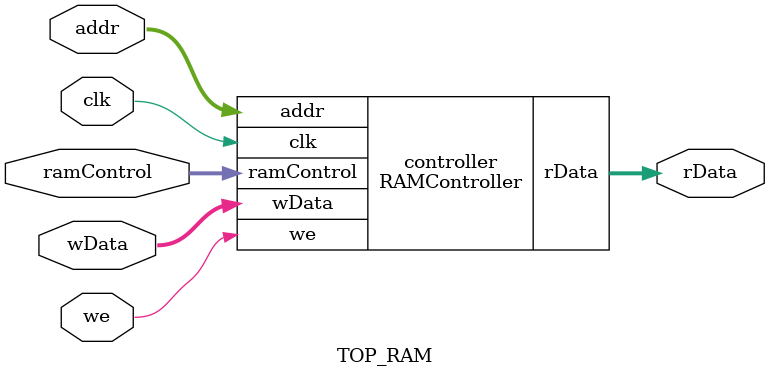
<source format=sv>
`timescale 1ns / 1ps

module RAM (
    input  logic        clk,
    input  logic        we,
    input  logic [31:0] addr,
    input  logic [31:0] wData,
    output logic [31:0] rData
);
    logic [31:0] mem[0:2**8-1]; // 0x00 ~ 0x0f => 0x10 * 4 => 0x40

    always_ff @( posedge clk ) begin
        if (we) mem[addr[31:2]] <= wData;
    end

    assign rData = mem[addr[31:2]];
endmodule





module RAMController (
    input  logic        clk,
    input  logic        we,
    input  logic [31:0] addr,
    input  logic [31:0] wData,
    output logic [31:0] rData,
    input  logic [2:0]  ramControl
);
    logic        ram_we;
    logic [31:0] ram_addr;
    logic [31:0] ram_wData;
    logic [31:0] ram_rData;
    logic [31:0] write_data;
    logic [31:0] read_data;

    RAM u_ram (
        .clk(clk),
        .we(ram_we),
        .addr(ram_addr),
        .wData(ram_wData),
        .rData(ram_rData)
    );

    // Write 데이터 처리
    always_comb begin
        case(ramControl)
            3'b001: begin // SB (Store Byte)
                case(addr[1:0])
                    2'b00: write_data = {ram_rData[31:8], wData[7:0]};
                    2'b01: write_data = {ram_rData[31:16], wData[7:0], ram_rData[7:0]};
                    2'b10: write_data = {ram_rData[31:24], wData[7:0], ram_rData[15:0]};
                    2'b11: write_data = {wData[7:0], ram_rData[23:0]};
                endcase
            end
            3'b010: begin // SH (Store Halfword)
                case(addr[1])
                    1'b0: write_data = {ram_rData[31:16], wData[15:0]};
                    1'b1: write_data = {wData[15:0], ram_rData[15:0]};
                endcase
            end
            default: write_data = wData; // SW (Store Word)
        endcase
    end

    // Read 데이터 처리
    always_comb begin
        case(ramControl)
            3'b001: begin // LB (Load Byte - signed)
                case(addr[1:0])
                    2'b00: read_data = {{24{ram_rData[7]}}, ram_rData[7:0]};
                    2'b01: read_data = {{24{ram_rData[15]}}, ram_rData[15:8]};
                    2'b10: read_data = {{24{ram_rData[23]}}, ram_rData[23:16]};
                    2'b11: read_data = {{24{ram_rData[31]}}, ram_rData[31:24]};
                endcase
            end
            3'b010: begin // LH (Load Halfword - signed)
                case(addr[1])
                    1'b0: read_data = {{16{ram_rData[15]}}, ram_rData[15:0]};
                    1'b1: read_data = {{16{ram_rData[31]}}, ram_rData[31:16]};
                endcase
            end
            3'b101: begin // LBU (Load Byte - unsigned)
                case(addr[1:0])
                    2'b00: read_data = {24'b0, ram_rData[7:0]};
                    2'b01: read_data = {24'b0, ram_rData[15:8]};
                    2'b10: read_data = {24'b0, ram_rData[23:16]};
                    2'b11: read_data = {24'b0, ram_rData[31:24]};
                endcase
            end
            3'b110: begin // LHU (Load Halfword - unsigned)
                case(addr[1])
                    1'b0: read_data = {16'b0, ram_rData[15:0]};
                    1'b1: read_data = {16'b0, ram_rData[31:16]};
                endcase
            end
            default: read_data = ram_rData; // LW (Load Word)
        endcase
    end

    // RAM 연결
    assign ram_we = we;
    assign ram_addr = addr;
    assign ram_wData = write_data;
    assign rData = read_data;

endmodule

module TOP_RAM (
    input  logic        clk,
    input  logic        we,
    input  logic [31:0] addr,
    input  logic [31:0] wData,
    output logic [31:0] rData,
    input  logic [2:0]  ramControl
);
    RAMController controller (
        .clk(clk),
        .we(we),
        .addr(addr),
        .wData(wData),
        .rData(rData),
        .ramControl(ramControl)
    );
endmodule


</source>
